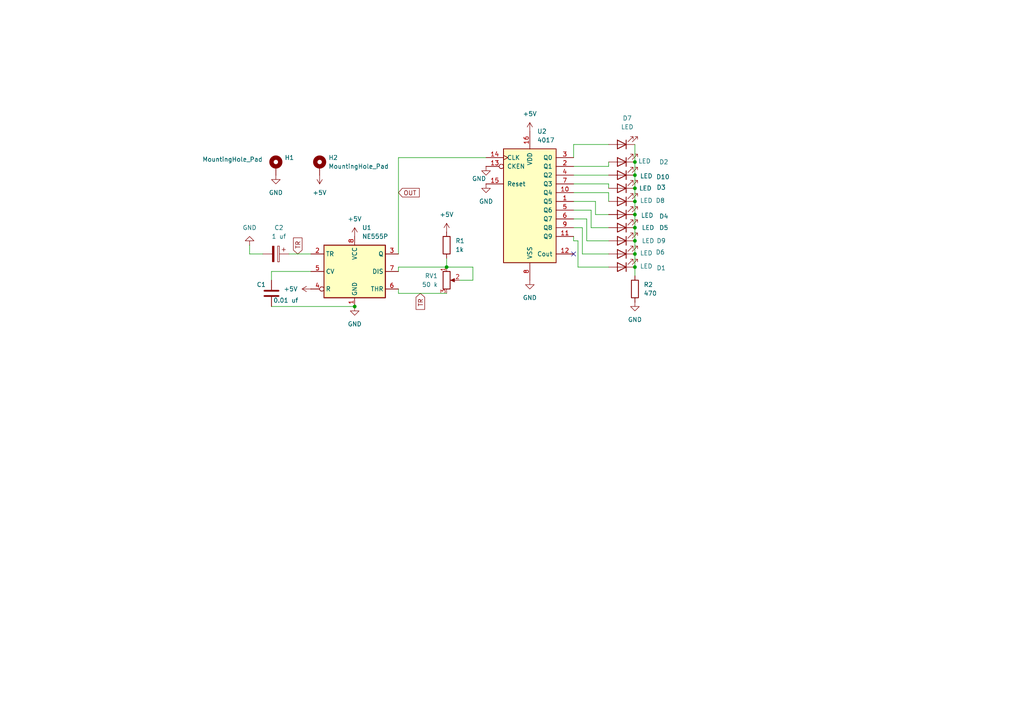
<source format=kicad_sch>
(kicad_sch (version 20250114) (generator "eeschema") (generator_version "9.0")
  (paper "A4")
  (lib_symbols
    (symbol "4xxx:4017" (pin_names (offset 1.016))
      (property "Reference" "U" (at -7.62 16.51 0))
      (property "Value" "4017" (at -7.62 -19.05 0))
      (symbol "4017_1_0"
        (pin input clock (at -12.7 12.7 0) (length 5.08) (name "CLK") (number "14"))
        (pin input inverted (at -12.7 10.16 0) (length 5.08) (name "CKEN") (number "13"))
        (pin input line (at -12.7 5.08 0) (length 5.08) (name "Reset") (number "15"))
        (pin power_in line (at 0 20.32 270) (length 5.08) (name "VDD") (number "16"))
        (pin power_in line (at 0 -22.86 90) (length 5.08) (name "VSS") (number "8"))
        (pin output line (at 12.7 12.7 180) (length 5.08) (name "Q0") (number "3"))
        (pin output line (at 12.7 10.16 180) (length 5.08) (name "Q1") (number "2"))
        (pin output line (at 12.7 7.62 180) (length 5.08) (name "Q2") (number "4"))
        (pin output line (at 12.7 5.08 180) (length 5.08) (name "Q3") (number "7"))
        (pin output line (at 12.7 2.54 180) (length 5.08) (name "Q4") (number "10"))
        (pin output line (at 12.7 0 180) (length 5.08) (name "Q5") (number "1"))
        (pin output line (at 12.7 -2.54 180) (length 5.08) (name "Q6") (number "5"))
        (pin output line (at 12.7 -5.08 180) (length 5.08) (name "Q7") (number "6"))
        (pin output line (at 12.7 -7.62 180) (length 5.08) (name "Q8") (number "9"))
        (pin output line (at 12.7 -10.16 180) (length 5.08) (name "Q9") (number "11"))
        (pin output line (at 12.7 -15.24 180) (length 5.08) (name "Cout") (number "12"))
      )
      (symbol "4017_1_1"
        (rectangle (start -7.62 15.24) (end 7.62 -17.78) (stroke (width 0.254)) (fill (type background)))
      )
    )
    (symbol "Device:C" (pin_numbers (hide yes)) (pin_names (offset 0.254))
      (property "Reference" "C" (at 0.635 2.54 0))
      (property "Value" "C" (at 0.635 -2.54 0))
      (symbol "C_0_1"
        (polyline (pts (xy -2.032 0.762) (xy 2.032 0.762)) (stroke (width 0.508)))
        (polyline (pts (xy -2.032 -0.762) (xy 2.032 -0.762)) (stroke (width 0.508)))
      )
      (symbol "C_1_1"
        (pin passive line (at 0 3.81 270) (length 2.794) (name "~") (number "1"))
        (pin passive line (at 0 -3.81 90) (length 2.794) (name "~") (number "2"))
      )
    )
    (symbol "Device:C_Polarized" (pin_numbers (hide yes)) (pin_names (offset 0.254))
      (property "Reference" "C" (at 0.635 2.54 0))
      (property "Value" "C_Polarized" (at 0.635 -2.54 0))
      (symbol "C_Polarized_0_1"
        (rectangle (start -2.286 0.508) (end 2.286 1.016))
        (polyline (pts (xy -1.778 2.286) (xy -0.762 2.286)))
        (polyline (pts (xy -1.27 2.794) (xy -1.27 1.778)))
        (rectangle (start 2.286 -0.508) (end -2.286 -1.016) (fill (type outline)))
      )
      (symbol "C_Polarized_1_1"
        (pin passive line (at 0 3.81 270) (length 2.794) (name "~") (number "1"))
        (pin passive line (at 0 -3.81 90) (length 2.794) (name "~") (number "2"))
      )
    )
    (symbol "Device:LED" (pin_numbers (hide yes)) (pin_names (offset 1.016) (hide yes))
      (property "Reference" "D" (at 0 2.54 0))
      (property "Value" "LED" (at 0 -2.54 0))
      (symbol "LED_0_1"
        (polyline (pts (xy -3.048 -0.762) (xy -4.572 -2.286) (xy -3.81 -2.286) (xy -4.572 -2.286) (xy -4.572 -1.524)))
        (polyline (pts (xy -1.778 -0.762) (xy -3.302 -2.286) (xy -2.54 -2.286) (xy -3.302 -2.286) (xy -3.302 -1.524)))
        (polyline (pts (xy -1.27 0) (xy 1.27 0)))
        (polyline (pts (xy -1.27 -1.27) (xy -1.27 1.27)) (stroke (width 0.254)))
        (polyline (pts (xy 1.27 -1.27) (xy 1.27 1.27) (xy -1.27 0) (xy 1.27 -1.27)) (stroke (width 0.254)))
      )
      (symbol "LED_1_1"
        (pin passive line (at -3.81 0 0) (length 2.54) (name "K") (number "1"))
        (pin passive line (at 3.81 0 180) (length 2.54) (name "A") (number "2"))
      )
    )
    (symbol "Device:R" (pin_numbers (hide yes)) (pin_names (offset 0))
      (property "Reference" "R" (at 2.032 0 90))
      (property "Value" "R" (at 0 0 90))
      (symbol "R_0_1"
        (rectangle (start -1.016 -2.54) (end 1.016 2.54) (stroke (width 0.254)))
      )
      (symbol "R_1_1"
        (pin passive line (at 0 3.81 270) (length 1.27) (name "~") (number "1"))
        (pin passive line (at 0 -3.81 90) (length 1.27) (name "~") (number "2"))
      )
    )
    (symbol "Device:R_Potentiometer" (pin_names (offset 1.016) (hide yes))
      (property "Reference" "RV" (at -4.445 0 90))
      (property "Value" "R_Potentiometer" (at -2.54 0 90))
      (symbol "R_Potentiometer_0_1"
        (rectangle (start 1.016 2.54) (end -1.016 -2.54) (stroke (width 0.254)))
        (polyline (pts (xy 1.143 0) (xy 2.286 0.508) (xy 2.286 -0.508) (xy 1.143 0)) (fill (type outline)))
        (polyline (pts (xy 2.54 0) (xy 1.524 0)))
      )
      (symbol "R_Potentiometer_1_1"
        (pin passive line (at 0 3.81 270) (length 1.27) (name "1") (number "1"))
        (pin passive line (at 0 -3.81 90) (length 1.27) (name "3") (number "3"))
        (pin passive line (at 3.81 0 180) (length 1.27) (name "2") (number "2"))
      )
    )
    (symbol "Mechanical:MountingHole_Pad" (pin_numbers (hide yes)) (pin_names (offset 1.016) (hide yes)) (in_bom no)
      (property "Reference" "H" (at 0 6.35 0))
      (property "Value" "MountingHole_Pad" (at 0 4.445 0))
      (symbol "MountingHole_Pad_0_1"
        (circle (center 0 1.27) (radius 1.27) (stroke (width 1.27)))
      )
      (symbol "MountingHole_Pad_1_1"
        (pin input line (at 0 -2.54 90) (length 2.54) (name "1") (number "1"))
      )
    )
    (symbol "Timer:NE555P"
      (property "Reference" "U" (at -10.16 8.89 0))
      (property "Value" "NE555P" (at 2.54 8.89 0))
      (symbol "NE555P_0_0"
        (pin power_in line (at 0 10.16 270) (length 2.54) (name "VCC") (number "8"))
        (pin power_in line (at 0 -10.16 90) (length 2.54) (name "GND") (number "1"))
      )
      (symbol "NE555P_0_1"
        (rectangle (start -8.89 -7.62) (end 8.89 7.62) (stroke (width 0.254)) (fill (type background)))
        (rectangle (start -8.89 -7.62) (end 8.89 7.62) (stroke (width 0.254)) (fill (type background)))
      )
      (symbol "NE555P_1_1"
        (pin input line (at -12.7 5.08 0) (length 3.81) (name "TR") (number "2"))
        (pin input line (at -12.7 0 0) (length 3.81) (name "CV") (number "5"))
        (pin input inverted (at -12.7 -5.08 0) (length 3.81) (name "R") (number "4"))
        (pin output line (at 12.7 5.08 180) (length 3.81) (name "Q") (number "3"))
        (pin input line (at 12.7 0 180) (length 3.81) (name "DIS") (number "7"))
        (pin input line (at 12.7 -5.08 180) (length 3.81) (name "THR") (number "6"))
      )
    )
    (symbol "power:+5V" (power) (pin_numbers (hide yes)) (pin_names (offset 0) (hide yes))
      (property "Value" "+5V" (at 0 3.556 0))
      (symbol "+5V_0_1"
        (polyline (pts (xy -0.762 1.27) (xy 0 2.54)))
        (polyline (pts (xy 0 2.54) (xy 0.762 1.27)))
        (polyline (pts (xy 0 0) (xy 0 2.54)))
      )
      (symbol "+5V_1_1"
        (pin power_in line (at 0 0 90) (length 0) (name "~") (number "1"))
      )
    )
    (symbol "power:GND" (power) (pin_numbers (hide yes)) (pin_names (offset 0) (hide yes))
      (property "Value" "GND" (at 0 -3.81 0))
      (symbol "GND_0_1"
        (polyline (pts (xy 0 0) (xy 0 -1.27) (xy 1.27 -1.27) (xy 0 -2.54) (xy -1.27 -1.27) (xy 0 -1.27)))
      )
      (symbol "GND_1_1"
        (pin power_in line (at 0 0 270) (length 0) (name "~") (number "1"))
      )
    )
  )
  (junction (at 184.15 66.04))
  (junction (at 184.15 46.99))
  (junction (at 184.15 54.61))
  (junction (at 184.15 77.47))
  (junction (at 184.15 73.66))
  (junction (at 184.15 50.8))
  (junction (at 184.15 62.23))
  (junction (at 184.15 69.85))
  (junction (at 184.15 58.42))
  (junction (at 129.54 77.47))
  (junction (at 102.87 88.9))
  (no_connect (at 166.37 73.66))
  (wire (pts (xy 176.53 55.88) (xy 176.53 58.42)))
  (wire (pts (xy 78.74 88.9) (xy 102.87 88.9)))
  (wire (pts (xy 166.37 68.58) (xy 166.37 69.85)))
  (wire (pts (xy 172.72 62.23) (xy 176.53 62.23)))
  (wire (pts (xy 184.15 73.66) (xy 184.15 77.47)))
  (wire (pts (xy 140.97 45.72) (xy 115.57 45.72)))
  (wire (pts (xy 166.37 63.5) (xy 170.18 63.5)))
  (wire (pts (xy 137.16 81.28) (xy 133.35 81.28)))
  (wire (pts (xy 184.15 62.23) (xy 184.15 66.04)))
  (wire (pts (xy 167.64 77.47) (xy 176.53 77.47)))
  (wire (pts (xy 168.91 73.66) (xy 176.53 73.66)))
  (wire (pts (xy 171.45 66.04) (xy 176.53 66.04)))
  (wire (pts (xy 129.54 74.93) (xy 129.54 77.47)))
  (wire (pts (xy 184.15 41.91) (xy 184.15 46.99)))
  (wire (pts (xy 166.37 50.8) (xy 176.53 50.8)))
  (wire (pts (xy 171.45 60.96) (xy 171.45 66.04)))
  (wire (pts (xy 78.74 78.74) (xy 78.74 81.28)))
  (wire (pts (xy 170.18 63.5) (xy 170.18 69.85)))
  (wire (pts (xy 184.15 58.42) (xy 184.15 62.23)))
  (wire (pts (xy 166.37 55.88) (xy 176.53 55.88)))
  (wire (pts (xy 170.18 69.85) (xy 176.53 69.85)))
  (wire (pts (xy 115.57 77.47) (xy 129.54 77.47)))
  (wire (pts (xy 83.82 73.66) (xy 90.17 73.66)))
  (wire (pts (xy 115.57 83.82) (xy 115.57 85.09)))
  (wire (pts (xy 166.37 41.91) (xy 166.37 45.72)))
  (wire (pts (xy 129.54 77.47) (xy 137.16 77.47)))
  (wire (pts (xy 115.57 78.74) (xy 115.57 77.47)))
  (wire (pts (xy 184.15 50.8) (xy 184.15 54.61)))
  (wire (pts (xy 166.37 69.85) (xy 167.64 69.85)))
  (wire (pts (xy 172.72 58.42) (xy 172.72 62.23)))
  (wire (pts (xy 76.2 73.66) (xy 72.39 73.66)))
  (wire (pts (xy 90.17 78.74) (xy 78.74 78.74)))
  (wire (pts (xy 184.15 69.85) (xy 184.15 73.66)))
  (wire (pts (xy 115.57 85.09) (xy 129.54 85.09)))
  (wire (pts (xy 166.37 48.26) (xy 176.53 48.26)))
  (wire (pts (xy 176.53 48.26) (xy 176.53 46.99)))
  (wire (pts (xy 166.37 66.04) (xy 168.91 66.04)))
  (wire (pts (xy 166.37 53.34) (xy 176.53 53.34)))
  (wire (pts (xy 184.15 77.47) (xy 184.15 80.01)))
  (wire (pts (xy 184.15 46.99) (xy 184.15 50.8)))
  (wire (pts (xy 137.16 77.47) (xy 137.16 81.28)))
  (wire (pts (xy 176.53 41.91) (xy 166.37 41.91)))
  (wire (pts (xy 166.37 58.42) (xy 172.72 58.42)))
  (wire (pts (xy 184.15 54.61) (xy 184.15 58.42)))
  (wire (pts (xy 166.37 60.96) (xy 171.45 60.96)))
  (wire (pts (xy 176.53 53.34) (xy 176.53 54.61)))
  (wire (pts (xy 184.15 66.04) (xy 184.15 69.85)))
  (wire (pts (xy 168.91 66.04) (xy 168.91 73.66)))
  (wire (pts (xy 115.57 45.72) (xy 115.57 73.66)))
  (wire (pts (xy 167.64 69.85) (xy 167.64 77.47)))
  (wire (pts (xy 72.39 73.66) (xy 72.39 71.12)))
  (global_label "TR" (shape input) (at 86.36 73.66 90) (property "Intersheetrefs" "${INTERSHEET_REFS}" (effects (hide yes))))
  (global_label "TR" (shape input) (at 121.92 85.09 270) (property "Intersheetrefs" "${INTERSHEET_REFS}" (effects (hide yes))))
  (global_label "OUT" (shape input) (at 115.57 55.88 0) (property "Intersheetrefs" "${INTERSHEET_REFS}" (effects (hide yes))))
  (symbol (lib_id "Device:LED") (at 180.34 46.99 180) (unit 1)
    (property "Reference" "D2" (at 192.532 46.99 0))
    (property "Value" "LED" (at 186.944 46.736 0))
    (property "Footprint" "LED_THT:LED_D3.0mm" (effects (hide yes)))
    (property "Description" "Light emitting diode" (effects (hide yes)))
    (property "Sim.Pins" "1=K 2=A" (effects (hide yes)))
  )
  (symbol (lib_id "power:+5V") (at 102.87 68.58 0) (unit 1)
    (property "Reference" "#PWR06" (effects (hide yes)))
    (property "Value" "+5V" (at 102.87 63.5 0))
    (property "Description" "Power symbol creates a global label with name \"+5V\"" (effects (hide yes)))
  )
  (symbol (lib_id "Device:LED") (at 180.34 62.23 180) (unit 1)
    (property "Reference" "D4" (at 192.532 62.738 0))
    (property "Value" "LED" (at 187.706 62.484 0))
    (property "Footprint" "LED_THT:LED_D3.0mm" (effects (hide yes)))
    (property "Description" "Light emitting diode" (effects (hide yes)))
    (property "Sim.Pins" "1=K 2=A" (effects (hide yes)))
  )
  (symbol (lib_id "4xxx:4017") (at 153.67 58.42 0) (unit 1)
    (property "Reference" "U2" (at 155.8133 38.1 0) (effects (justify left)))
    (property "Value" "4017" (at 155.8133 40.64 0) (effects (justify left)))
    (property "Footprint" "footprints:N16" (effects (hide yes)))
    (property "Datasheet" "http://www.intersil.com/content/dam/Intersil/documents/cd40/cd4017bms-22bms.pdf" (effects (hide yes)))
    (property "Description" "Johnson Counter ( 10 outputs )" (effects (hide yes)))
  )
  (symbol (lib_id "power:GND") (at 80.01 50.8 0) (unit 1)
    (property "Reference" "#PWR01" (effects (hide yes)))
    (property "Value" "GND" (at 80.01 55.88 0))
    (property "Description" "Power symbol creates a global label with name \"GND\" , ground" (effects (hide yes)))
  )
  (symbol (lib_id "Device:LED") (at 180.34 58.42 180) (unit 1)
    (property "Reference" "D8" (at 191.516 58.166 0))
    (property "Value" "LED" (at 187.452 58.166 0))
    (property "Footprint" "LED_THT:LED_D3.0mm" (effects (hide yes)))
    (property "Description" "Light emitting diode" (effects (hide yes)))
    (property "Sim.Pins" "1=K 2=A" (effects (hide yes)))
  )
  (symbol (lib_id "power:+5V") (at 153.67 38.1 0) (unit 1)
    (property "Reference" "#PWR08" (effects (hide yes)))
    (property "Value" "+5V" (at 153.67 33.02 0))
    (property "Description" "Power symbol creates a global label with name \"+5V\"" (effects (hide yes)))
  )
  (symbol (lib_id "Device:LED") (at 180.34 66.04 180) (unit 1)
    (property "Reference" "D5" (at 192.532 66.04 0))
    (property "Value" "LED" (at 187.96 66.04 0))
    (property "Footprint" "LED_THT:LED_D3.0mm" (effects (hide yes)))
    (property "Description" "Light emitting diode" (effects (hide yes)))
    (property "Sim.Pins" "1=K 2=A" (effects (hide yes)))
  )
  (symbol (lib_id "power:GND") (at 184.15 87.63 0) (unit 1)
    (property "Reference" "#PWR012" (effects (hide yes)))
    (property "Value" "GND" (at 184.15 92.71 0))
    (property "Description" "Power symbol creates a global label with name \"GND\" , ground" (effects (hide yes)))
  )
  (symbol (lib_id "Device:C") (at 78.74 85.09 0) (unit 1)
    (property "Reference" "C1" (at 74.422 82.55 0) (effects (justify left)))
    (property "Value" "0.01 uf" (at 79.248 87.122 0) (effects (justify left)))
    (property "Footprint" "Capacitor_THT:CP_Radial_D5.0mm_P2.00mm" (effects (hide yes)))
    (property "Description" "Unpolarized capacitor" (effects (hide yes)))
  )
  (symbol (lib_id "Timer:NE555P") (at 102.87 78.74 0) (unit 1)
    (property "Reference" "U1" (at 105.0133 66.04 0) (effects (justify left)))
    (property "Value" "NE555P" (at 105.0133 68.58 0) (effects (justify left)))
    (property "Footprint" "Package_DIP:DIP-8_W7.62mm" (effects (hide yes)))
    (property "Datasheet" "http://www.ti.com/lit/ds/symlink/ne555.pdf" (effects (hide yes)))
    (property "Description" "Precision Timers, 555 compatible,  PDIP-8" (effects (hide yes)))
  )
  (symbol (lib_id "Device:LED") (at 180.34 69.85 180) (unit 1)
    (property "Reference" "D9" (at 191.77 69.85 0))
    (property "Value" "LED" (at 187.96 69.85 0))
    (property "Footprint" "LED_THT:LED_D3.0mm" (effects (hide yes)))
    (property "Description" "Light emitting diode" (effects (hide yes)))
    (property "Sim.Pins" "1=K 2=A" (effects (hide yes)))
  )
  (symbol (lib_id "Device:LED") (at 180.34 77.47 180) (unit 1)
    (property "Reference" "D1" (at 191.77 77.724 0))
    (property "Value" "LED" (at 187.452 77.216 0))
    (property "Footprint" "LED_THT:LED_D3.0mm" (effects (hide yes)))
    (property "Description" "Light emitting diode" (effects (hide yes)))
    (property "Sim.Pins" "1=K 2=A" (effects (hide yes)))
  )
  (symbol (lib_id "Device:R") (at 184.15 83.82 0) (unit 1)
    (property "Reference" "R2" (at 186.69 82.5499 0) (effects (justify left)))
    (property "Value" "470" (at 186.69 85.0899 0) (effects (justify left)))
    (property "Footprint" "Resistor_THT:R_Axial_DIN0207_L6.3mm_D2.5mm_P7.62mm_Horizontal" (effects (hide yes)))
    (property "Description" "Resistor" (effects (hide yes)))
  )
  (symbol (lib_id "Device:R") (at 129.54 71.12 0) (unit 1)
    (property "Reference" "R1" (at 132.08 69.8499 0) (effects (justify left)))
    (property "Value" "1k" (at 132.08 72.3899 0) (effects (justify left)))
    (property "Footprint" "Resistor_THT:R_Axial_DIN0207_L6.3mm_D2.5mm_P7.62mm_Horizontal" (effects (hide yes)))
    (property "Description" "Resistor" (effects (hide yes)))
  )
  (symbol (lib_id "Device:LED") (at 180.34 41.91 180) (unit 1)
    (property "Reference" "D7" (at 181.9275 34.29 0))
    (property "Value" "LED" (at 181.9275 36.83 0))
    (property "Footprint" "LED_THT:LED_D3.0mm" (effects (hide yes)))
    (property "Description" "Light emitting diode" (effects (hide yes)))
    (property "Sim.Pins" "1=K 2=A" (effects (hide yes)))
  )
  (symbol (lib_id "power:GND") (at 140.97 53.34 0) (unit 1)
    (property "Reference" "#PWR011" (effects (hide yes)))
    (property "Value" "GND" (at 140.97 58.42 0))
    (property "Description" "Power symbol creates a global label with name \"GND\" , ground" (effects (hide yes)))
  )
  (symbol (lib_id "power:GND") (at 153.67 81.28 0) (unit 1)
    (property "Reference" "#PWR09" (effects (hide yes)))
    (property "Value" "GND" (at 153.67 86.36 0))
    (property "Description" "Power symbol creates a global label with name \"GND\" , ground" (effects (hide yes)))
  )
  (symbol (lib_id "power:+5V") (at 129.54 67.31 0) (unit 1)
    (property "Reference" "#PWR07" (effects (hide yes)))
    (property "Value" "+5V" (at 129.54 62.23 0))
    (property "Description" "Power symbol creates a global label with name \"+5V\"" (effects (hide yes)))
  )
  (symbol (lib_id "Device:LED") (at 180.34 73.66 180) (unit 1)
    (property "Reference" "D6" (at 191.516 73.152 0))
    (property "Value" "LED" (at 187.452 73.406 0))
    (property "Footprint" "LED_THT:LED_D3.0mm" (effects (hide yes)))
    (property "Description" "Light emitting diode" (effects (hide yes)))
    (property "Sim.Pins" "1=K 2=A" (effects (hide yes)))
  )
  (symbol (lib_id "Device:R_Potentiometer") (at 129.54 81.28 0) (unit 1)
    (property "Reference" "RV1" (at 127 80.0099 0) (effects (justify right)))
    (property "Value" "50 k" (at 127 82.5499 0) (effects (justify right)))
    (property "Footprint" "Potentiometer_THT:Potentiometer_Bourns_3296W_Vertical" (effects (hide yes)))
    (property "Description" "Potentiometer" (effects (hide yes)))
  )
  (symbol (lib_id "power:+5V") (at 90.17 83.82 90) (unit 1)
    (property "Reference" "#PWR05" (effects (hide yes)))
    (property "Value" "+5V" (at 86.36 83.8199 90) (effects (justify left)))
    (property "Description" "Power symbol creates a global label with name \"+5V\"" (effects (hide yes)))
  )
  (symbol (lib_id "power:GND") (at 102.87 88.9 0) (unit 1)
    (property "Reference" "#PWR04" (effects (hide yes)))
    (property "Value" "GND" (at 102.87 93.98 0))
    (property "Description" "Power symbol creates a global label with name \"GND\" , ground" (effects (hide yes)))
  )
  (symbol (lib_id "Device:LED") (at 180.34 50.8 180) (unit 1)
    (property "Reference" "D10" (at 192.278 51.308 0))
    (property "Value" "LED" (at 187.452 51.054 0))
    (property "Footprint" "LED_THT:LED_D3.0mm" (effects (hide yes)))
    (property "Description" "Light emitting diode" (effects (hide yes)))
    (property "Sim.Pins" "1=K 2=A" (effects (hide yes)))
  )
  (symbol (lib_id "power:GND") (at 140.97 48.26 0) (unit 1)
    (property "Reference" "#PWR010" (effects (hide yes)))
    (property "Value" "GND" (at 138.938 51.816 0))
    (property "Description" "Power symbol creates a global label with name \"GND\" , ground" (effects (hide yes)))
  )
  (symbol (lib_id "Device:LED") (at 180.34 54.61 180) (unit 1)
    (property "Reference" "D3" (at 191.77 54.356 0))
    (property "Value" "LED" (at 187.198 54.61 0))
    (property "Footprint" "LED_THT:LED_D3.0mm" (effects (hide yes)))
    (property "Description" "Light emitting diode" (effects (hide yes)))
    (property "Sim.Pins" "1=K 2=A" (effects (hide yes)))
  )
  (symbol (lib_id "Mechanical:MountingHole_Pad") (at 92.71 48.26 0) (unit 1) (in_bom no)
    (property "Reference" "H2" (at 95.25 45.7199 0) (effects (justify left)))
    (property "Value" "MountingHole_Pad" (at 95.25 48.2599 0) (effects (justify left)))
    (property "Footprint" "Connector_PinSocket_2.54mm:PinSocket_1x01_P2.54mm_Vertical" (effects (hide yes)))
    (property "Description" "Mounting Hole with connection" (effects (hide yes)))
  )
  (symbol (lib_id "Mechanical:MountingHole_Pad") (at 80.01 48.26 0) (unit 1) (in_bom no)
    (property "Reference" "H1" (at 82.55 45.7199 0) (effects (justify left)))
    (property "Value" "MountingHole_Pad" (at 58.674 46.228 0) (effects (justify left)))
    (property "Footprint" "Connector_PinSocket_2.54mm:PinSocket_1x01_P2.54mm_Vertical" (effects (hide yes)))
    (property "Description" "Mounting Hole with connection" (effects (hide yes)))
  )
  (symbol (lib_id "power:GND") (at 72.39 71.12 180) (unit 1)
    (property "Reference" "#PWR03" (effects (hide yes)))
    (property "Value" "GND" (at 72.39 66.04 0))
    (property "Description" "Power symbol creates a global label with name \"GND\" , ground" (effects (hide yes)))
  )
  (symbol (lib_id "Device:C_Polarized") (at 80.01 73.66 270) (unit 1)
    (property "Reference" "C2" (at 80.899 66.04 90))
    (property "Value" "1 uf" (at 80.899 68.58 90))
    (property "Footprint" "Capacitor_THT:CP_Radial_D5.0mm_P2.00mm" (effects (hide yes)))
    (property "Description" "Polarized capacitor" (effects (hide yes)))
  )
  (symbol (lib_id "power:+5V") (at 92.71 50.8 180) (unit 1)
    (property "Reference" "#PWR02" (effects (hide yes)))
    (property "Value" "+5V" (at 92.71 55.88 0))
    (property "Description" "Power symbol creates a global label with name \"+5V\"" (effects (hide yes)))
  )
)
</source>
